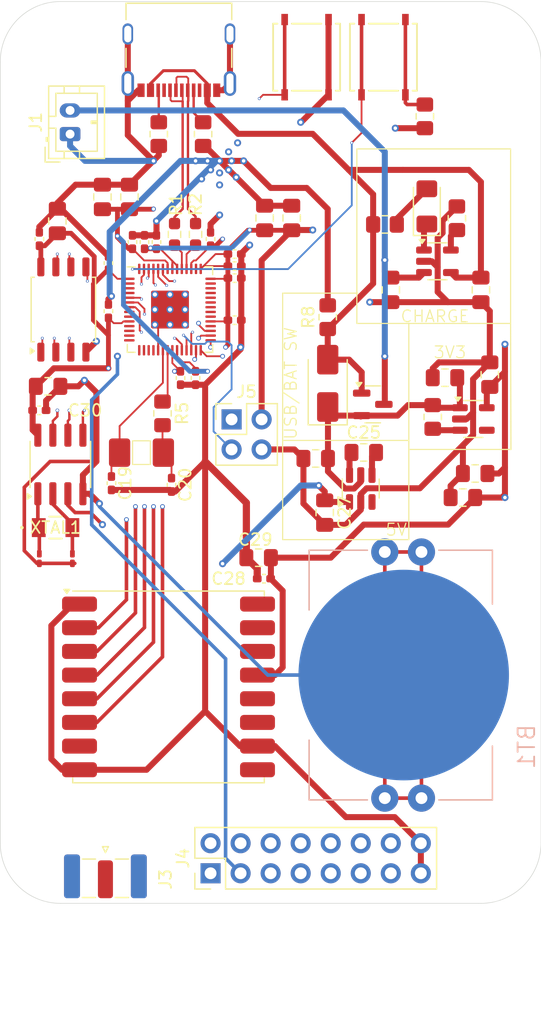
<source format=kicad_pcb>
(kicad_pcb (version 20240108) (generator "pcbnew") (generator_version "8.0")
  (layers (0 "F.Cu" signal) (1 "In1.Cu" signal) (2 "In2.Cu" signal) (31 "B.Cu" signal) (34 "B.Paste" user) (35 "F.Paste" user) (36 "B.SilkS" user "B.Silkscreen") (37 "F.SilkS" user "F.Silkscreen") (38 "B.Mask" user) (39 "F.Mask" user) (44 "Edge.Cuts" user))
  (net 0 "")
  (net 1 "GND")
  (net 2 "+3.3V")
  (net 3 "+1V1")
  (net 4 "Net-(U1-USB_DP)")
  (net 5 "USB+")
  (net 6 "USB-")
  (net 7 "Net-(U1-USB_DM)")
  (net 9 "SDA")
  (net 10 "/MCU/D1")
  (net 13 "/MCU/XTAL+")
  (net 16 "/MCU/D2")
  (net 17 "/MCU/D3")
  (net 23 "/MCU/D0")
  (net 26 "/MCU/CLK")
  (net 27 "RTC_MFP")
  (net 28 "/MCU/CS")
  (net 29 "SCL")
  (net 33 "/MCU/XTAL-")
  (net 34 "Net-(C20-Pad1)")
  (net 36 "Net-(U4-CNEG)")
  (net 37 "Net-(U4-CPOS)")
  (net 38 "+5V")
  (net 39 "VBUS")
  (net 40 "+VSW")
  (net 41 "+BATT")
  (net 42 "Net-(U3-EN)")
  (net 43 "5V_CTRL")
  (net 44 "Net-(U5-PROG)")
  (net 45 "Net-(D1-K)")
  (net 46 "Net-(D1-A)")
  (net 48 "Net-(J2-CC1_A)")
  (net 49 "Net-(J2-CC1_B)")
  (net 51 "RFM_CS")
  (net 52 "SPI_CK")
  (net 53 "RFM_RST")
  (net 54 "Net-(R10-Pad1)")
  (net 55 "/MCU/RESET")
  (net 56 "MOSI")
  (net 61 "MISO")
  (net 64 "/PERIPHERALS/ANT")
  (net 65 "Net-(U10-X1)")
  (net 66 "Net-(U10-X2)")
  (net 67 "TX1")
  (net 68 "SIM_DTR")
  (net 69 "RX1")
  (net 70 "Net-(BT1-+)")
  (net 71 "GP7")
  (net 72 "GP8")
  (net 73 "GP6")
  (net 74 "SPI_CS")
  (net 75 "SWCLK")
  (net 76 "SWD")
  (footprint "Capacitor_SMD:C_0805_2012Metric_Pad1.18x1.45mm_HandSolder" (layer "F.Cu") (at 106.426 69.342 90)
    (property "Reference" "C17" (hide yes))
    (property "Value" "10u" (hide yes))
  )
  (footprint "footprints:XTAL_SC32S-7PF20PPM_EPS" (layer "F.Cu") (at 106.2736 95.25)
    (property "Reference" "XTAL1")
    (property "Value" "SC32S-7PF20PPM" (hide yes))
  )
  (footprint "Capacitor_SMD:C_0402_1005Metric_Pad0.74x0.62mm_HandSolder" (layer "F.Cu") (at 121.412 72.136)
    (property "Reference" "C5" (hide yes))
    (property "Value" "0.1u")
  )
  (footprint "Capacitor_SMD:C_0402_1005Metric_Pad0.74x0.62mm_HandSolder" (layer "F.Cu") (at 121.412 77.724)
    (property "Reference" "C1" (hide yes))
    (property "Value" "0.1u")
  )
  (footprint "Resistor_SMD:R_0805_2012Metric_Pad1.20x1.40mm_HandSolder" (layer "F.Cu") (at 138.165 85.9 -90)
    (property "Reference" "R9" (hide yes))
    (property "Value" "R" (hide yes))
  )
  (footprint "Capacitor_SMD:C_0805_2012Metric_Pad1.18x1.45mm_HandSolder" (layer "F.Cu") (at 123.444 97.79 180)
    (property "Reference" "C29")
    (property "Value" "10u" (hide yes))
  )
  (footprint "Capacitor_SMD:C_0402_1005Metric_Pad0.74x0.62mm_HandSolder" (layer "F.Cu") (at 119.38 70.866 90)
    (property "Reference" "C12" (hide yes))
    (property "Value" "0.1u")
  )
  (footprint "Connector_PinHeader_2.54mm:PinHeader_2x08_P2.54mm_Vertical" (layer "F.Cu") (at 119.38 124.46 90)
    (property "Reference" "J4")
    (property "Value" "Conn_02x08_Odd_Even" (hide yes))
  )
  (footprint "Resistor_SMD:R_0805_2012Metric_Pad1.20x1.40mm_HandSolder" (layer "F.Cu") (at 140.208 69.1085 90)
    (property "Reference" "R6" (hide yes))
    (property "Value" "2k")
  )
  (footprint "Capacitor_SMD:C_0402_1005Metric_Pad0.74x0.62mm_HandSolder" (layer "F.Cu") (at 110.744 76.962 90)
    (property "Reference" "C2" (hide yes))
    (property "Value" "0.1u")
  )
  (footprint "Capacitor_SMD:C_0201_0603Metric_Pad0.64x0.40mm_HandSolder" (layer "F.Cu") (at 107.696 97.8655 -90)
    (property "Reference" "C33" (hide yes))
    (property "Value" "6p")
  )
  (footprint "Capacitor_SMD:C_0805_2012Metric_Pad1.18x1.45mm_HandSolder" (layer "F.Cu") (at 123.952 69.088 90)
    (property "Reference" "C13" (hide yes))
    (property "Value" "10u")
  )
  (footprint "Capacitor_SMD:C_0402_1005Metric_Pad0.74x0.62mm_HandSolder" (layer "F.Cu") (at 123.8925 99.568 180)
    (property "Reference" "C28")
    (property "Value" "0.1u" (hide yes))
  )
  (footprint "Capacitor_SMD:C_0805_2012Metric_Pad1.18x1.45mm_HandSolder" (layer "F.Cu") (at 134.62 75.1625 -90)
    (property "Reference" "C22" (hide yes))
    (property "Value" "4.7u" (hide yes))
  )
  (footprint "Capacitor_SMD:C_0402_1005Metric_Pad0.74x0.62mm_HandSolder" (layer "F.Cu") (at 116.84 82.6095 -90)
    (property "Reference" "C18" (hide yes))
    (property "Value" "0.1u")
  )
  (footprint "Resistor_SMD:R_0805_2012Metric_Pad1.20x1.40mm_HandSolder" (layer "F.Cu") (at 115.316 85.598 -90)
    (property "Reference" "R5")
    (property "Value" "1k")
  )
  (footprint "Resistor_SMD:R_0805_2012Metric_Pad1.20x1.40mm_HandSolder" (layer "F.Cu") (at 118.75 62 -90)
    (property "Reference" "R4" (hide yes))
    (property "Value" "5.1k" (hide yes))
  )
  (footprint "pts526:SMT_FS" (layer "F.Cu") (at 134 55.5 90)
    (property "Reference" "U8" (hide yes))
    (property "Value" "PTS526 SK15 SMTR2 LFS" (hide yes))
  )
  (footprint "Package_TO_SOT_SMD:SOT-23-5" (layer "F.Cu") (at 141.5995 86.072)
    (property "Reference" "U3" (hide yes))
    (property "Value" "AP2112K-3.3" (hide yes))
  )
  (footprint "RF_Module:HOPERF_RFM9XW_SMD" (layer "F.Cu") (at 115.824 108.712)
    (property "Reference" "U6" (hide yes))
    (property "Value" "RFM69HCW" (hide yes))
  )
  (footprint "Resistor_SMD:R_0805_2012Metric_Pad1.20x1.40mm_HandSolder" (layer "F.Cu") (at 129.286 77.47 90)
    (property "Reference" "R8")
    (property "Value" "10k" (hide yes))
  )
  (footprint "Capacitor_SMD:C_0402_1005Metric_Pad0.74x0.62mm_HandSolder" (layer "F.Cu") (at 121.412 74.168)
    (property "Reference" "C8" (hide yes))
    (property "Value" "0.1u")
  )
  (footprint "Package_SO:SOIC-8_3.9x4.9mm_P1.27mm" (layer "F.Cu") (at 106.68 89.916 90)
    (property "Reference" "U10" (hide yes))
    (property "Value" "MCP7940N-xP" (hide yes))
  )
  (footprint "Capacitor_SMD:C_0805_2012Metric_Pad1.18x1.45mm_HandSolder" (layer "F.Cu") (at 105.6425 83.312)
    (property "Reference" "C31" (hide yes))
    (property "Value" "10u" (hide yes))
  )
  (footprint "Diode_SMD:D_SMA" (layer "F.Cu") (at 129.286 83.058 90)
    (property "Reference" "D2" (hide yes))
    (property "Value" "SS14" (hide yes))
  )
  (footprint "pts526:SMT_FS" (layer "F.Cu") (at 127.5 55.5 90)
    (property "Reference" "U7" (hide yes))
    (property "Value" "PTS526 SK15 SMTR2 LFS" (hide yes))
  )
  (footprint "Connector_PinHeader_2.54mm:PinHeader_2x02_P2.54mm_Vertical" (layer "F.Cu") (at 121.158 86.106)
    (property "Reference" "J5")
    (property "Value" "Conn_02x02_Odd_Even")
  )
  (footprint "Capacitor_SMD:C_0805_2012Metric_Pad1.18x1.45mm_HandSolder" (layer "F.Cu") (at 142.24 75.1625 -90)
    (property "Reference" "C21" (hide yes))
    (property "Value" "4.7u" (hide yes))
  )
  (footprint "Connector_Coaxial:SMA_Samtec_SMA-J-P-H-ST-EM1_EdgeMount" (layer "F.Cu") (at 110.49 124.968 -90)
    (property "Reference" "J3")
    (property "Value" "Conn_Coaxial" (hide yes))
  )
  (footprint "custom:XTAL-445" (layer "F.Cu") (at 113.538 89.916)
    (property "Reference" "X1" (hide yes))
    (property "Value" "~")
  )
  (footprint "usbc:AMPHENOL_12402012E212A" (layer "F.Cu") (at 116.701 53.543 180)
    (property "Reference" "J2" (hide yes))
    (property "Value" "12402012E212A" (hide yes))
  )
  (footprint "Capacitor_SMD:C_0201_0603Metric_Pad0.64x0.40mm_HandSolder" (layer "F.Cu") (at 104.902 97.8655 -90)
    (property "Reference" "C32" (hide yes))
    (property "Value" "6p" (hide yes))
  )
  (footprint "Package_TO_SOT_SMD:SOT-23-5" (layer "F.Cu") (at 138.5625 72.7465)
    (property "Reference" "U5" (hide yes))
    (property "Value" "MCP73831-2-OT" (hide yes))
  )
  (footprint "Capacitor_SMD:C_0805_2012Metric_Pad1.18x1.45mm_HandSolder" (layer "F.Cu") (at 141.7535 90.678 180)
    (property "Reference" "C39" (hide yes))
    (property "Value" "100u" (hide yes))
  )
  (footprint "Capacitor_SMD:C_0402_1005Metric_Pad0.74x0.62mm_HandSolder" (layer "F.Cu") (at 104.902 85.344)
    (property "Reference" "C30")
    (property "Value" "0.1u" (hide yes))
  )
  (footprint "Capacitor_SMD:C_0402_1005Metric_Pad0.74x0.62mm_HandSolder" (layer "F.Cu") (at 121.412 73.152)
    (property "Reference" "C7" (hide yes))
    (property "Value" "0.1u")
  )
  (footprint "RP2040_minimal_r2:RP2040-QFN-56" (layer "F.Cu") (at 115.9485 76.8265)
    (property "Reference" "U1" (hide yes))
    (property "Value" "RP2040")
  )
  (footprint "LED_SMD:LED_1206_3216Metric_Pad1.42x1.75mm_HandSolder" (layer "F.Cu") (at 137.668 68.1085 90)
    (property "Reference" "D1" (hide yes))
    (property "Value" "LED" (hide yes))
  )
  (footprint "Capacitor_SMD:C_0402_1005Metric_Pad0.74x0.62mm_HandSolder" (layer "F.Cu") (at 104.902 70.866 90)
    (property "Reference" "C9" (hide yes))
    (property "Value" "0.1u" (hide yes))
  )
  (footprint "Capacitor_SMD:C_0805_2012Metric_Pad1.18x1.45mm_HandSolder" (layer "F.Cu") (at 142.991 82.328 90)
    (property "Reference" "C24" (hide yes))
    (property "Value" "10u" (hide yes))
  )
  (footprint "Capacitor_SMD:C_0402_1005Metric_Pad0.74x0.62mm_HandSolder" (layer "F.Cu") (at 110.744 72.898 90)
    (property "Reference" "C3" (hide yes))
    (property "Value" "0.1u")
  )
  (footprint "Capacitor_SMD:C_0805_2012Metric_Pad1.18x1.45mm_HandSolder" (layer "F.Cu") (at 140.716 92.71 180)
    (property "Reference" "C40" (hide yes))
    (property "Value" "100u" (hide yes))
  )
  (footprint "Capacitor_SMD:C_0805_2012Metric_Pad1.18x1.45mm_HandSolder" (layer "F.Cu") (at 129.032 93.98 -90)
    (property "Reference" "C27")
    (property "Value" "1u")
  )
  (footprint "Capacitor_SMD:C_0805_2012Metric_Pad1.18x1.45mm_HandSolder" (layer "F.Cu") (at 128.27 89.408 180)
    (property "Reference" "C26" (hide yes))
    (property "Value" "1u" (hide yes))
  )
  (footprint "Capacitor_SMD:C_0402_1005Metric_Pad0.74x0.62mm_HandSolder" (layer "F.Cu") (at 114.808 71.12 90)
    (property "Reference" "C6" (hide yes))
    (property "Value" "0.1u")
  )
  (footprint "Package_TO_SOT_SMD:SOT-23-6" (layer "F.Cu") (at 132.08 91.948 90)
    (property "Reference" "U4" (hide yes))
    (property "Value" "CAT3200-5" (hide yes))
  )
  (footprint "Capacitor_SMD:C_0805_2012Metric_Pad1.18x1.45mm_HandSolder" (layer "F.Cu") (at 110.236 67.31 90)
    (property "Reference" "C16" (hide yes))
    (property "Value" "1u")
  )
  (footprint "Capacitor_SMD:C_0805_2012Metric_Pad1.18x1.45mm_HandSolder" (layer "F.Cu") (at 126.238 69.088 90)
    (property "Reference" "C14" (hide yes))
    (property "Value" "1u")
  )
  (footprint "Resistor_SMD:R_0805_2012Metric_Pad1.20x1.40mm_HandSolder" (layer "F.Cu") (at 137.5 60.5 -90)
    (property "Reference" "R10" (hide yes))
    (property "Value" "R")
  )
  (footprint "Capacitor_SMD:C_0402_1005Metric_Pad0.74x0.62mm_HandSolder" (layer "F.Cu") (at 116.078 91.6345 -90)
    (property "Reference" "C20")
    (property "Value" "15pF")
  )
  (footprint "Capacitor_SMD:C_0402_1005Metric_Pad0.74x0.62mm_HandSolder" (layer "F.Cu") (at 110.998 91.4995 -90)
    (property "Reference" "C19")
    (property "Value" "15pF" (hide yes))
  )
  (footprint "Connector_JST:JST_PH_B2B-PH-K_1x02_P2.00mm_Vertical" (layer "F.Cu") (at 107.5 62 90)
    (property "Reference" "J1")
    (property "Value" "Conn_01x02_Pin" (hide yes))
  )
  (footprint "Capacitor_SMD:C_0805_2012Metric_Pad1.18x1.45mm_HandSolder" (layer "F.Cu") (at 139.2025 82.582 180)
    (property "Reference" "C23" (hide yes))
    (property "Value" "10u" (hide yes))
  )
  (footprint "Capacitor_SMD:C_0805_2012Metric_Pad1.18x1.45mm_HandSolder" (layer "F.Cu") (at 132.334 88.9)
    (property "Reference" "C25")
    (property "Value" "1u")
  )
  (footprint "Capacitor_SMD:C_0805_2012Metric_Pad1.18x1.45mm_HandSolder" (layer "F.Cu") (at 112.522 67.31 90)
    (property "Reference" "C15" (hide yes))
    (property "Value" "10u" (hide yes))
  )
  (footprint "Resistor_SMD:R_0805_2012Metric_Pad1.20x1.40mm_HandSolder" (layer "F.Cu") (at 134.128 69.6325 180)
    (property "Reference" "R7" (hide yes))
    (property "Value" "R")
  )
  (footprint "Capacitor_SMD:C_0402_1005Metric_Pad0.74x0.62mm_HandSolder" (layer "F.Cu") (at 112.776 71.12 90)
    (property "Reference" "C10" (hide yes))
    (property "Value" "0.1u")
  )
  (footprint "Package_TO_SOT_SMD:SOT-23" (layer "F.Cu") (at 133.096 84.836)
    (property "Reference" "Q1" (hide yes))
    (property "Value" "DMG2301L" (hide yes))
  )
  (footprint "Resistor_SMD:R_0603_1608Metric_Pad0.98x0.95mm_HandSolder" (layer "F.Cu") (at 116.332 70.4715 90)
    (property "Reference" "R1")
    (property "Value" "27.4" (hide yes))
  )
  (footprint "Capacitor_SMD:C_0402_1005Metric_Pad0.74x0.62mm_HandSolder" (layer "F.Cu") (at 113.792 71.12 90)
    (property "Reference" "C4" (hide yes))
    (property "Value" "0.1u")
  )
  (footprint "Capacitor_SMD:C_0402_1005Metric_Pad0.74x0.62mm_HandSolder" (layer "F.Cu") (at 118.11 82.6095 -90)
    (property "Reference" "C11" (hide yes))
    (property "Value" "0.1u")
  )
  (footprint "Package_SO:SOIC-8_5.23x5.23mm_P1.27mm" (layer "F.Cu") (at 106.934 76.8215 90)
    (property "Reference" "U2" (hide yes))
    (property "Value" "W25Q128JVS")
  )
  (footprint "Resistor_SMD:R_0805_2012Metric_Pad1.20x1.40mm_HandSolder" (layer "F.Cu") (at 115 62 -90)
    (property "Reference" "R3" (hide yes))
    (property "Value" "5.1k")
  )
  (footprint "Resistor_SMD:R_0603_1608Metric_Pad0.98x0.95mm_HandSolder" (layer "F.Cu") (at 118.11 70.4715 90)
    (property "Reference" "R2")
    (property "Value" "27.4")
  )
  (footprint "bat-hld:BAT_BAT-HLD-001-THM" (layer "B.Cu") (at 135.712 107.71 90)
    (property "Reference" "BT1")
    (property "Value" "Battery_Cell")
  )
  (gr_line (start 136.144 88.646) (end 136.144 87.884) (stroke (width 0.1)) (layer "F.SilkS"))
  (gr_line (start 136.144 96.266) (end 135.128 96.266) (stroke (width 0.1)) (layer "F.SilkS"))
  (gr_line (start 144.78 88.646) (end 136.144 88.646) (stroke (width 0.1)) (layer "F.SilkS"))
  (gr_line (start 136.144 88.646) (end 136.144 96.266) (stroke (width 0.1)) (layer "F.SilkS"))
  (gr_line (start 136.144 77.978) (end 136.144 87.884) (stroke (width 0.1)) (layer "F.SilkS"))
  (gr_line (start 136.144 87.884) (end 125.476 87.884) (stroke (width 0.1)) (layer "F.SilkS"))
  (gr_line (start 125.476 75.438) (end 131.826 75.438) (stroke (width 0.1)) (layer "F.SilkS"))
  (gr_line (start 125.476 87.884) (end 125.476 75.438) (stroke (width 0.1)) (layer "F.SilkS"))
  (gr_line (start 125.476 87.884) (end 125.476 96.266) (stroke (width 0.1)) (layer "F.SilkS"))
  (gr_line (start 125.476 96.266) (end 135.128 96.266) (stroke (width 0.1)) (layer "F.SilkS"))
  (gr_line (start 144.75 78) (end 144.78 88.646) (stroke (width 0.1)) (layer "F.SilkS"))
  (gr_rect (start 131.75 63.25) (end 144.75 78) (stroke (width 0.1)) (fill none) (layer "F.SilkS"))
  (gr_arc (start 142.24 50.8) (mid 145.832102 52.287898) (end 147.32 55.88) (stroke (width 0.05)) (layer "Edge.Cuts"))
  (gr_line (start 142.24 127) (end 106.68 127) (stroke (width 0.05)) (layer "Edge.Cuts"))
  (gr_line (start 106.68 50.8) (end 142.24 50.8) (stroke (width 0.05)) (layer "Edge.Cuts"))
  (gr_line (start 101.6 121.92) (end 101.6 55.88) (stroke (width 0.05)) (layer "Edge.Cuts"))
  (gr_arc (start 101.6 55.88) (mid 103.087898 52.287898) (end 106.68 50.8) (stroke (width 0.05)) (layer "Edge.Cuts"))
  (gr_line (start 147.32 55.88) (end 147.32 121.92) (stroke (width 0.05)) (layer "Edge.Cuts"))
  (gr_arc (start 147.32 121.92) (mid 145.832102 125.512102) (end 142.24 127) (stroke (width 0.05)) (layer "Edge.Cuts"))
  (gr_arc (start 106.68 127) (mid 103.087898 125.512102) (end 101.6 121.92) (stroke (width 0.05)) (layer "Edge.Cuts"))
  (gr_text "USB/BAT SW" (at 126.746 87.884 90) (layer "F.SilkS") (effects (font (size 1 1) (thickness 0.1)) (justify left bottom)))
  (gr_text "3V3" (at 138.176 81.026 0) (layer "F.SilkS") (effects (font (size 1 1) (thickness 0.1)) (justify left bottom)))
  (gr_text "5V" (at 134.112 96.012 0) (layer "F.SilkS") (effects (font (size 1 1) (thickness 0.1)) (justify left bottom)))
  (gr_text "CHARGE\n" (at 135.382 77.978 0) (layer "F.SilkS") (effects (font (size 1 1) (thickness 0.1)) (justify left bottom)))
  (segment (start 121.9795 79.9505) (end 121.9795 72.136) (width 0.508) (layer "F.Cu") (net 1))
  (segment (start 106.68 83.312) (end 108.204 83.312) (width 0.508) (layer "F.Cu") (net 1))
  (segment (start 108.204 83.312) (end 108.712 82.804) (width 0.508) (layer "F.Cu") (net 1))
  (segment (start 139.446 76.2) (end 142.24 76.2) (width 0.508) (layer "F.Cu") (net 1))
  (segment (start 132.08 93.0855) (end 132.08 92.423001) (width 0.508) (layer "F.Cu") (net 1))
  (segment (start 112.381 53.543) (end 112.381 57.723) (width 0.508) (layer "F.Cu") (net 1))
  (segment (start 108.585 90.805) (end 108.585 92.391) (width 0.508) (layer "F.Cu") (net 1))
  (segment (start 141.032842 86.072) (end 141.5785 85.526342) (width 0.508) (layer "F.Cu") (net 1))
  (segment (start 121.9795 72.136) (end 121.9795 72.0765) (width 0.508) (layer "F.Cu") (net 1))
  (segment (start 114.808 70.5525) (end 114.808 69.342) (width 0.508) (layer "F.Cu") (net 1))
  (segment (start 123.325 99.568) (end 123.325 98.7085) (width 0.6096) (layer "F.Cu") (net 1))
  (segment (start 110.744 75.946) (end 110.998 75.692) (width 0.508) (layer "F.Cu") (net 1))
  (segment (start 132.576001 91.927) (end 137.077842 91.927) (width 0.508) (layer "F.Cu") (net 1))
  (segment (start 114.554 64.2405) (end 114.554 64.262) (width 0.508) (layer "F.Cu") (net 1))
  (segment (start 121.021 53.543) (end 121.021 57.723) (width 0.508) (layer "F.Cu") (net 1))
  (segment (start 115 63) (end 115 63.7945) (width 0.508) (layer "F.Cu") (net 1))
  (segment (start 104.902 98.273) (end 104.702001 98.273) (width 0.3048) (layer "F.Cu") (net 1))
  (segment (start 105.918 114.806) (end 105.918 103.526934) (width 0.508) (layer "F.Cu") (net 1))
  (segment (start 107.732934 101.712) (end 108.299 101.712) (width 0.508) (layer "F.Cu") (net 1))
  (segment (start 121.92 80.01) (end 121.9795 79.9505) (width 0.508) (layer "F.Cu") (net 1))
  (segment (start 139.6785 92.71) (end 139.6785 91.7155) (width 0.508) (layer "F.Cu") (net 1))
  (segment (start 123.952 68.0505) (end 126.238 68.0505) (width 0.508) (layer "F.Cu") (net 1))
  (segment (start 134.954 119.714) (end 130.826 119.714) (width 0.508) (layer "F.Cu") (net 1))
  (segment (start 132.08 92.423001) (end 132.576001 91.927) (width 0.508) (layer "F.Cu") (net 1))
  (segment (start 110.744 72.3305) (end 106.718 68.3045) (width 0.508) (layer "F.Cu") (net 1))
  (segment (start 138.5835 73.242501) (end 138.5835 75.3375) (width 0.508) (layer "F.Cu") (net 1))
  (segment (start 122.4495 66.548) (end 120.53375 64.63225) (width 0.508) (layer "F.Cu") (net 1))
  (segment (start 142.991 81.2905) (end 142.991 76.951) (width 0.508) (layer "F.Cu") (net 1))
  (segment (start 119.38 70.2985) (end 119.38 69.596) (width 0.508) (layer "F.Cu") (net 1))
  (segment (start 114.9485 78.3765) (end 114.6735 78.1015) (width 0.1524) (layer "F.Cu") (net 1))
  (segment (start 134.62 76.2) (end 139.446 76.2) (width 0.508) (layer "F.Cu") (net 1))
  (segment (start 118.9015 63) (end 118.75 63) (width 0.508) (layer "F.Cu") (net 1))
  (segment (start 120.142 64.2405) (end 120.142 64.262) (width 0.508) (layer "F.Cu") (net 1))
  (segment (start 130.826 119.714) (end 124.824 113.712) (width 0.508) (layer "F.Cu") (net 1))
  (segment (start 138.505421 90.499421) (end 141.5785 87.426342) (width 0.508) (layer "F.Cu") (net 1))
  (segment (start 138.5835 73.242501) (end 138.5835 70.770534) (width 0.508) (layer "F.Cu") (net 1))
  (segment (start 109.728 89.662) (end 108.585 90.805) (width 0.508) (layer "F.Cu") (net 1))
  (segment (start 122.4065 93.155658) (end 118.920421 89.669579) (width 0.6096) (layer "F.Cu") (net 1))
  (segment (start 123.349 113.712) (end 121.874 113.712) (width 0.508) (layer "F.Cu") (net 1))
  (segment (start 108.712 82.804) (end 109.728 83.82) (width 0.508) (layer "F.Cu") (net 1))
  (segment (start 119.39075 63.48925) (end 120.142 64.2405) (width 0.508) (layer "F.Cu") (net 1))
  (segment (start 132.08 93.747999) (end 132.08 93.0855) (width 0.508) (layer "F.Cu") (net 1))
  (segment (start 114.5325 64.262) (end 112.522 66.2725) (width 0.508) (layer "F.Cu") (net 1))
  (segment (start 138.165 82.582) (end 138.165 81.799) (width 0.508) (layer "F.Cu") (net 1))
  (segment (start 112.381 57.723) (end 112.381 59.182) (width 0.508) (layer "F.Cu") (net 1))
  (segment (start 122.174 64.262) (end 124.46 66.548) (width 0.508) (layer "F.Cu") (net 1))
  (segment (start 138.5835 75.3375) (end 139.446 76.2) (width 0.508) (layer "F.Cu") (net 1))
  (segment (start 119.39075 63.48925) (end 118.9015 63) (width 0.508) (layer "F.Cu") (net 1))
  (segment (start 116.388 92.202) (end 118.920421 89.669579) (width 0.508) (layer "F.Cu") (net 1))
  (segment (start 106.824 115.712) (end 105.918 114.806) (width 0.508) (layer "F.Cu") (net 1))
  (segment (start 120.451 58.293) (end 121.021 57.723) (width 0.508) (layer "F.Cu") (net 1))
  (segment (start 120.53375 64.63225) (end 123.952 68.0505) (width 0.508) (layer "F.Cu") (net 1))
  (segment (start 129.286 68.326) (end 129.286 76.47) (width 0.508) (layer "F.Cu") (net 1))
  (segment (start 134.35 76.47) (end 134.62 76.2) (width 0.508) (layer "F.Cu") (net 1))
  (segment (start 139.403 92.71) (end 139.6785 92.71) (width 0.508) (layer "F.Cu") (net 1))
  (segment (start 104.702001 98.273) (end 103.632 97.202999) (width 0.3048) (layer "F.Cu") (net 1))
  (segment (start 113.966842 115.712) (end 118.920421 110.758421) (width 0.508) (layer "F.Cu") (net 1))
  (segment (start 118.920421 110.758421) (end 118.920421 89.669579) (width 0.508) (layer "F.Cu") (net 1))
  (segment (start 138.5835 70.770534) (end 138.997 70.357034) (width 0.508) (layer "F.Cu") (net 1))
  (segment (start 140.716 90.678) (end 140.716 88.288842) (width 0.508) (layer "F.Cu") (net 1))
  (segment (start 121.158 64.262) (end 120.142 64.262) (width 0.508) (layer "F.Cu") (net 1))
  (segment (start 105.918 103.526934) (end 107.732934 101.712) (width 0.508) (layer "F.Cu") (net 1))
  (segment (start 118.11 83.177) (end 118.920421 83.177) (width 0.508) (layer "F.Cu") (net 1))
  (segment (start 106.426 68.3045) (end 106.426 67.818) (width 0.508) (layer "F.Cu") (net 1))
  (segment (start 142.991 76.951) (end 142.24 76.2) (width 0.508) (layer "F.Cu") (net 1))
  (segment (start 115.943 92.067) (end 116.078 92.202) (width 0.508) (layer "F.Cu") (net 1))
  (segment (start 141.5785 87.426342) (end 141.5785 85.526342) (width 0.508) (layer "F.Cu") (net 1))
  (segment (start 112.776 70.5525) (end 114.808 70.5525) (width 0.508) (layer "F.Cu") (net 1))
  (segment (start 103.632 97.202999) (end 103.632 91.844342) (width 0.3048) (layer "F.Cu") (net 1))
  (segment (start 122.174 64.262) (end 121.158 64.262) (width 0.508) (layer "F.Cu") (net 1))
  (segment (start 140.716 88.288842) (end 141.5785 87.426342) (width 0.508) (layer "F.Cu") (net 1))
  (segment (start 112.381 59.182) (end 112.381 62.089) (width 0.508) (layer "F.Cu") (net 1))
  (segment (start 107.9715 66.2725) (end 112.522 66.2725) (width 0.508) (layer "F.Cu") (net 1))
  (segment (start 104.902 69.8285) (end 106.426 68.3045) (width 0.508) (layer "F.Cu") (net 1))
  (segment (start 118.920421 89.669579) (end 118.920421 83.177) (width 0.508) (layer "F.Cu") (net 1))
  (segment (start 127.508 66.548) (end 129.286 68.326) (width 0.508) (layer "F.Cu") (net 1))
  (segment (start 130.810499 95.0175) (end 132.08 93.747999) (width 0.508) (layer "F.Cu") (net 1))
  (segment (start 138.087499 72.7465) (end 138.5835 73.242501) (width 0.508) (layer "F.Cu") (net 1))
  (segment (start 138.684 81.28) (end 138.6945 81.2905) (width 0.508) (layer "F.Cu") (net 1))
  (segment (start 129.032 95.0175) (end 130.810499 95.0175) (width 0.508) (layer "F.Cu") (net 1))
  (segment (start 114.554 64.262) (end 114.5325 64.262) (width 0.508) (layer "F.Cu") (net 1))
  (segment (start 108.839 80.4215) (end 108.839 80.391) (width 0.508) (layer "F.Cu") (net 1))
  (segment (start 124.824 113.712) (end 123.349 113.712) (width 0.508) (layer "F.Cu") (net 1))
  (segment (start 113.27 58.293) (end 112.381 59.182) (width 0.508) (layer "F.Cu") (net 1))
  (segment (start 109.155 92.391) (end 109.982 93.218) (width 0.508) (layer "F.Cu") (net 1))
  (segment (start 140.462 86.072) (end 141.032842 86.072) (width 0.508) (layer "F.Cu") (net 1))
  (segment (start 105.814342 89.662) (end 109.728 89.662) (width 0.3048) (layer "F.Cu") (net 1))
  (segment (start 105.4695 84.5225) (end 106.68 83.312) (width 0.508) (layer "F.Cu") (net 1))
  (segment (start 135 61.5) (end 137.5 61.5) (width 0.508) (layer "F.Cu") (net 1))
  (segment (start 127.03555 61) (end 129.3542 58.68135) (width 0.508) (layer "F.Cu") (net 1))
  (segment (start 107.696 98.273) (end 107.895999 98.273) (width 0.3048) (layer "F.Cu") (net 1))
  (segment (start 103.632 91.844342) (end 105.814342 89.662) (width 0.3048) (layer "F.Cu") (net 1))
  (segment (start 119.901 58.293) (end 120.451 58.293) (width 0.508) (layer "F.Cu") (net 1))
  (segment (start 110.998 92.067) (end 115.943 92.067) (width 0.508) (layer "F.Cu") (net 1))
  (segment (start 119.38 69.596) (end 120.142 68.834) (width 0.508) (layer "F.Cu") (net 1))
  (segment (start 138.997 69.3195) (end 140.208 68.1085) (width 0.508) (layer "F.Cu") (net 1))
  (segment (start 124.46 66.548) (end 127.508 66.548) (width 0.508) (layer "F.Cu") (net 1))
  (segment (start 104.902 98.273) (end 107.696 98.273) (width 0.3048) (layer "F.Cu") (net 1))
  (segment (start 120.1635 64.262) (end 120.53375 64.63225) (width 0.508) (layer "F.Cu") (net 1))
  (segment (start 141.5785 85.526342) (end 141.5785 82.703) (width 0.508) (layer "F.Cu") (net 1))
  (segment (start 121.412 64.262) (end 121.412 64.262) (width 0.508) (layer "F.Cu") (net 1))
  (segment (start 118.920421 83.177) (end 121.92 80.177421) (width 0.508) (layer "F.Cu") (net 1))
  (segment (start 126.4705 88.646) (end 127.2325 89.408) (width 0.508) (layer "F.Cu") (net 1))
  (segment (start 109.728 83.82) (end 109.728 89.662) (width 0.508) (layer "F.Cu") (net 1))
  (segment (start 137.077842 91.927) (end 138.505421 90.499421) (width 0.508) (layer "F.Cu") (net 1))
  (segment (start 113.501 58.293) (end 113.27 58.293) (width 0.508) (layer "F.Cu") (net 1))
  (segment (start 114.9485 80.264) (end 114.9485 78.3765) (width 0.1524) (layer "F.Cu") (net 1))
  (segment (start 108.299 115.712) (end 113.966842 115.712) (width 0.508) (layer "F.Cu") (net 1))
  (segment (start 120.142 64.262) (end 120.1635 64.262) (width 0.508) (layer "F.Cu") (net 1))
  (segment (start 137.16 121.92) (end 134.954 119.714) (width 0.508) (layer "F.Cu") (net 1))
  (segment (start 106.718 68.3045) (end 106.426 68.3045) (width 0.508) (layer "F.Cu") (net 1))
  (segment (start 127.2325 93.218) (end 127.2325 89.408) (width 0.508) (layer "F.Cu") (net 1))
  (segment (start 106.426 67.818) (end 107.9715 66.2725) (width 0.508) (layer "F.Cu") (net 1))
  (segment (start 112.381 62.089) (end 114.554 64.262) (width 0.508) (layer "F.Cu") (net 1))
  (segment (start 108.585 92.391) (end 109.155 92.391) (width 0.508) (layer "F.Cu") (net 1))
  (segment (start 129.032 95.0175) (end 127.2325 93.218) (width 0.508) (layer "F.Cu") (net 1))
  (segment (start 138.997 70.357034) (end 138.997 69.3195) (width 0.508) (layer "F.Cu") (net 1))
  (segment (start 129.3542 58.68135) (end 129.3542 52.31865) (width 0.508) (layer "F.Cu") (net 1))
  (segment (start 137.425 72.7465) (end 138.087499 72.7465) (width 0.508) (layer "F.Cu") (net 1))
  (segment (start 121.874 113.712) (end 118.920421 110.758421) (width 0.508) (layer "F.Cu") (net 1))
  (segment (start 121.92 80.177421) (end 121.92 80.01) (width 0.508) (layer "F.Cu") (net 1))
  (segment (start 116.078 92.202) (end 116.388 92.202) (width 0.508) (layer "F.Cu") (net 1))
  (segment (start 138.165 81.799) (end 138.684 81.28) (width 0.508) (layer "F.Cu") (net 1))
  (segment (start 108.839 80.391) (end 109.728 79.502) (width 0.508) (layer "F.Cu") (net 1))
  (segment (start 116.84 83.177) (end 118.11 83.177) (width 0.508) (layer "F.Cu") (net 1))
  (segment (start 138.6945 81.2905) (end 142.991 81.2905) (width 0.508) (layer "F.Cu") (net 1))
  (segment (start 122.4065 97.79) (end 122.4065 93.155658) (width 0.6096) (layer "F.Cu") (net 1))
  (segment (start 127 61) (end 127.03555 61) (width 0.508) (layer "F.Cu") (net 1))
  (segment (start 105.4695 85.344) (end 105.4695 84.5225) (width 0.508) (layer "F.Cu") (net 1))
  (segment (start 123.325 98.7085) (end 122.4065 97.79) (width 0.6096) (layer "F.Cu") (net 1))
  (segment (start 139.6785 91.7155) (end 140.716 90.678) (width 0.508) (layer "F.Cu") (net 1))
  (segment (start 108.299 115.712) (end 106.824 115.712) (width 0.508) (layer "F.Cu") (net 1))
  (segment (start 104.902 70.2985) (end 104.902 69.8285) (width 0.508) (layer "F.Cu") (net 1))
  (segment (start 137.16 124.46) (end 137.16 121.92) (width 0.508) (layer "F.Cu") (net 1))
  (segment (start 115 63.7945) (end 114.554 64.2405) (width 0.508) (layer "F.Cu") (net 1))
  (segment (start 110.744 76.3945) (end 110.744 75.946) (width 0.508) (layer "F.Cu") (net 1))
  (segment (start 134.62 76.2) (end 132.842 76.2) (width 0.508) (layer "F.Cu") (net 1))
  (segment (start 121.9795 72.0765) (end 122.682 71.374) (width 0.508) (layer "F.Cu") (net 1))
  (segment (start 123.698 88.646) (end 126.4705 88.646) (width 0.508) (layer "F.Cu") (net 1))
  (segment (start 141.5785 82.703) (end 142.991 81.2905) (width 0.508) (layer "F.Cu") (net 1))
  (via (at 114.808 69.342) (size 0.6) (drill 0.3) (layers "F.Cu" "B.Cu") (net 1))
  (via (at 132.842 76.2) (size 0.6) (drill 0.3) (layers "F.Cu" "B.Cu") (net 1))
  (via (at 120.904 63.5) (size 0.6) (drill 0.3) (layers "F.Cu" "B.Cu") (net 1))
  (via (at 120.142 66.294) (size 0.6) (drill 0.3) (layers "F.Cu" "B.Cu") (net 1))
  (via (at 118.11 64.262) (size 0.6) (drill 0.3) (layers "F.Cu" "B.Cu") (net 1))
  (via (at 110.998 75.692) (size 0.6) (drill 0.3) (layers "F.Cu" "B.Cu") (net 1))
  (via (at 120.142 68.834) (size 0.6) (drill 0.3) (layers "F.Cu" "B.Cu") (net 1))
  (via (at 108.712 82.804) (size 0.6) (drill 0.3) (layers "F.Cu" "B.Cu") (net 1))
  (via (at 114.554 64.262) (size 0.6) (drill 0.3) (layers "F.Cu" "B.Cu") (net 1))
  (via (at 109.982 93.218) (size 0.6) (drill 0.3) (layers "F.Cu" "B.Cu") (net 1))
  (via (at 119.126 64.262) (size 0.6) (drill 0.3) (layers "F.Cu" "B.Cu") (net 1))
  (via (at 120.904 65.024) (size 0.6) (drill 0.3) (layers "F.Cu" "B.Cu") (net 1))
  (via (at 121.666 62.738) (size 0.6) (drill 0.3) (layers "F.Cu" "B.Cu") (net 1))
  (via (at 121.92 80.01) (size 0.6) (drill 0.3) (layers "F.Cu" "B.Cu") (net 1))
  (via (at 119.38 65.024) (size 0.6) (drill 0.3) (layers "F.Cu" "B.Cu") (net 1))
  (via (at 127 61) (size 0.6) (drill 0.3) (layers "F.Cu" "B.Cu") (net 1))
  (via (at 122.682 71.374) (size 0.6) (drill 0.3) (layers "F.Cu" "B.Cu") (net 1))
  (via (at 121.54975 65.64825) (size 0.6) (drill 0.3) (layers "F.Cu" "B.Cu") (net 1))
  (via (at 109.728 79.502) (size 0.6) (drill 0.3) (layers "F.Cu" "B.Cu") (net 1))
  (via (at 118.618 65.786) (size 0.6) (drill 0.3) (layers "F.Cu" "B.Cu") (net 1))
  (via (at 120.142 65.278) (size 0.6) (drill 0.3) (layers "F.Cu" "B.Cu") (net 1))
  (via (at 122.174 64.262) (size 0.6) (drill 0.3) (layers "F.Cu" "B.Cu") (net 1))
  (via (at 135 61.5) (size 0.6) (drill 0.3) (layers "F.Cu" "B.Cu") (net 1))
  (via (at 121.158 64.262) (size 0.6) (drill 0.3) (layers "F.Cu" "B.Cu") (net 1))
  (via (at 120.142 64.262) (size 0.6) (drill 0.3) (layers "F.Cu" "B.Cu") (net 1))
  (segment (start 114.808 69.342) (end 119.888 64.262) (width 0.508) (layer "B.Cu") (net 1))
  (segment (start 124.22 107.71) (end 109.982 93.472) (width 0.3048) (layer "B.Cu") (net 1))
  (segment (start 114.554 64.262) (end 108.762 64.262) (width 0.508) (layer "B.Cu") (net 1))
  (segment (start 109.982 93.472) (end 109.982 93.218) (width 0.3048) (layer "B.Cu") (net 1))
  (segment (start 119.888 64.262) (end 120.142 64.262) (width 0.508) (layer "B.Cu") (net 1))
  (segment (start 110.998 75.692) (end 110.8488 75.5428) (width 0.508) (layer "B.Cu") (net 1))
  (segment (start 110.8488 70.2532) (end 116.84 64.262) (width 0.508) (layer "B.Cu") (net 1))
  (segment (start 107.5 63) (end 107.5 62) (width 0.508) (layer "B.Cu") (net 1))
  (segment (start 116.84 64.262) (end 120.142 64.262) (width 0.508) (layer "B.Cu") (net 1))
  (segment (start 135.712 107.71) (end 124.22 107.71) (width 0.3048) (layer "B.Cu") (net 1))
  (segment (start 108.762 64.262) (end 107.5 63) (width 0.508) (layer "B.Cu") (net 1))
  (segment (start 110.8488 75.5428) (end 110.8488 70.2532) (width 0.508) (layer "B.Cu") (net 1))
  (segment (start 141.7535 92.71) (end 144.018 92.71) (width 0.508) (layer "F.Cu") (net 2))
  (segment (start 109.5422 72.3382) (end 107.5835 70.3795) (width 0.4064) (layer "F.Cu") (net 2))
  (segment (start 120.8445 79.8155) (end 120.65 80.01) (width 0.4064) (layer "F.Cu") (net 2))
  (segment (start 109.474 74.676) (end 109.5422 74.6078) (width 0.4064) (layer "F.Cu") (net 2))
  (segment (start 144.272 82.0845) (end 144.272 82.042) (width 0.508) (layer "F.Cu") (net 2))
  (segment (start 124.824 107.712) (end 125.476 107.06) (width 0.508) (layer "F.Cu") (net 2))
  (segment (start 144.272 92.456) (end 144.272 90.17) (width 0.508) (layer "F.Cu") (net 2))
  (segment (start 144.018 92.71) (end 144.272 92.456) (width 0.508) (layer "F.Cu") (net 2))
  (segment (start 120.8445 71.826) (end 120.8445 72.136) (width 0.4064) (layer "F.Cu") (net 2))
  (segment (start 120.861 74.1515) (end 120.8445 74.168) (width 0.4064) (layer "F.Cu") (net 2))
  (segment (start 123.698 86.106) (end 123.698 72.6655) (width 0.508) (layer "F.Cu") (net 2))
  (segment (start 107.5835 70.3795) (end 106.426 70.3795) (width 0.4064) (layer "F.Cu") (net 2))
  (segment (start 118.7855 73.152) (end 119.8015 72.136) (width 0.1524) (layer "F.Cu") (net 2))
  (segment (start 104.605 83.312) (end 106.129 81.788) (width 0.508) (layer "F.Cu") (net 2))
  (segment (start 104.3345 83.5825) (end 104.605 83.312) (width 0.508) (layer "F.Cu") (net 2))
  (segment (start 122.7035 70.1255) (end 122.682 70.104) (width 0.4064) (layer "F.Cu") (net 2))
  (segment (start 116.5485 73.118) (end 116.5485 73.389) (width 0.1524) (layer "F.Cu") (net 2))
  (segment (start 144.272 82.042) (end 144.272 79.756) (width 0.508) (layer "F.Cu") (net 2))
  (segment (start 104.3345 85.344) (end 104.3345 87.0005) (width 0.508) (layer "F.Cu") (net 2))
  (segment (start 116.53 82.042) (end 116.332 82.042) (width 0.4064) (layer "F.Cu") (net 2))
  (segment (start 142.737 85.122) (end 142.737 83.6195) (width 0.508) (layer "F.Cu") (net 2))
  (segment (start 123.952 70.1255) (end 122.7035 70.1255) (width 0.4064) (layer "F.Cu") (net 2))
  (segment (start 129.54 97.79) (end 132.334 94.996) (width 0.508) (layer "F.Cu") (net 2))
  (segment (start 116.332 82.042) (end 116.84 82.042) (width 0.4064) (layer "F.Cu") (net 2))
  (segment (start 122.6605 70.1255) (end 122.545 70.1255) (width 0.4064) (layer "F.Cu") (net 2))
  (segment (start 114.808 71.6875) (end 115.118 71.6875) (width 0.1524) (layer "F.Cu") (net 2))
  (segment (start 105.029 73.2215) (end 105.029 71.5605) (width 0.4064) (layer "F.Cu") (net 2))
  (segment (start 114.3 71.628) (end 114.3595 71.6875) (width 0.4064) (layer "F.Cu") (net 2))
  (segment (start 115.118 71.6875) (end 116.07625 72.64575) (width 0.1524) (layer "F.Cu") (net 2))
  (segment (start 110.744 77.5295) (end 111.1925 77.978) (width 0.1524) (layer "F.Cu") (net 2))
  (segment (start 122.682 70.104) (end 122.6605 70.1255) (width 0.4064) (layer "F.Cu") (net 2))
  (segment (start 132.334 94.996) (end 139.4675 94.996) (width 0.508) (layer "F.Cu") (net 2))
  (segment (start 113.792 71.6875) (end 114.2405 71.6875) (width 0.4064) (layer "F.Cu") (net 2))
  (segment (start 116.07625 72.64575) (end 116.5485 73.118) (width 0.1524) (layer "F.Cu") (net 2))
  (segment (start 116.1485 81.3505) (end 116.84 82.042) (width 0.1524) (layer "F.Cu") (net 2))
  (segment (start 104.3345 87.0005) (end 104.775 87.441) (width 0.508) (layer "F.Cu") (net 2))
  (segment (start 123.349 107.712) (end 124.824 107.712) (width 0.508) (layer "F.Cu") (net 2))
  (segment (start 118.1485 73.389) (end 118.5485 73.389) (width 0.1524) (layer "F.Cu") (net 2))
  (segment (start 119.386 74.2265) (end 120.7265 74.2265) (width 0.1524) (layer "F.Cu") (net 2))
  (segment (start 124.4815 97.79) (end 129.54 97.79) (width 0.508) (layer "F.Cu") (net 2))
  (segment (start 124.4815 99.5895) (end 124.4815 97.79) (width 0.508) (layer "F.Cu") (net 2))
  (segment (start 139.4675 94.996) (end 141.7535 92.71) (width 0.508) (layer "F.Cu") (net 2))
  (segment (start 143.764 90.678) (end 144.272 90.17) (width 0.508) (layer "F.Cu") (net 2))
  (segment (start 120.996 77.8265) (end 121.0985 77.724) (width 0.1524) (layer "F.Cu") (net 2))
  (segment (start 128.016 70.104) (end 126.2595 70.104) (width 0.508) (layer "F.Cu") (net 2))
  (segment (start 105.372 71.4335) (end 106.426 70.3795) (width 0.4064) (layer "F.Cu") (net 2))
  (segment (start 112.511 74.2265) (end 111.505 74.2265) (width 0.1524) (layer "F.Cu") (net 2))
  (segment (start 109.474 77.724) (end 109.474 74.676) (width 0.4064) (layer "F.Cu") (net 2))
  (segment (start 114.3595 71.6875) (end 114.808 71.6875) (width 0.4064) (layer "F.Cu") (net 2))
  (segment (start 120.8445 77.724) (end 120.8445 79.8155) (width 0.4064) (layer "F.Cu") (net 2))
  (segment (start 126.2595 70.104) (end 126.238 70.1255) (width 0.508) (layer "F.Cu") (net 2))
  (segment (start 125.476 100.584) (end 124.4815 99.5895) (width 0.508) (layer "F.Cu") (net 2))
  (segment (start 119.386 77.8265) (end 120.742 77.8265) (width 0.1524) (layer "F.Cu") (net 2))
  (segment (start 116.1485 72.718) (end 116.07625 72.64575) (width 0.1524) (layer "F.Cu") (net 2))
  (segment (start 118.7855 73.152) (end 120.8445 73.152) (width 0.1524) (layer "F.Cu") (net 2))
  (segment (start 106.129 81.788) (end 110.744 81.788) (width 0.508) (layer "F.Cu") (net 2))
  (segment (start 116.1485 80.264) (end 116.1485 81.3505) (width 0.1524) (layer "F.Cu") (net 2))
  (segment (start 118.5485 73.389) (end 118.7855 73.152) (width 0.1524) (layer "F.Cu") (net 2))
  (segment (start 142.991 83.3655) (end 144.272 82.0845) (width 0.508) (layer "F.Cu") (net 2))
  (segment (start 120.742 77.8265) (end 120.8445 77.724) (width 0.1524) (layer "F.Cu") (net 2))
  (segment (start 123.698 72.6655) (end 126.238 70.1255) (width 0.508) (layer "F.Cu") (net 2))
  (segment (start 111.859296 77.978) (end 112.010796 77.8265) (width 0.1524) (layer "F.Cu") (net 2))
  (segment (start 120.8445 77.724) (end 120.8445 72.136) (width 0.4064) (layer "F.Cu") (net 2))
  (segment (start 112.010796 77.8265) (end 112.511 77.8265) (width 0.1524) (layer "F.Cu") (net 2))
  (segment (start 104.3345 85.344) (end 104.3345 83.5825) (width 0.508) (layer "F.Cu") (net 2))
  (segment (start 105.029 71.5605) (end 104.902 71.4335) (width 0.4064) (layer "F.Cu") (net 2))
  (segment (start 119.8015 72.136) (end 120.8445 72.136) (width 0.1524) (layer "F.Cu") (net 2))
  (segment (start 110.744 78.994) (end 109.474 77.724) (width 0.4064) (layer "F.Cu") (net 2))
  (segment (start 109.5422 74.6078) (end 109.5422 72.3382) (width 0.4064) (layer "F.Cu") (net 2))
  (segment (start 122.545 70.1255) (end 120.8445 71.826) (width 0.4064) (layer "F.Cu") (net 2))
  (segment (start 109.474 74.676) (end 110.6845 73.4655) (width 0.4064) (layer "F.Cu") (net 2))
  (segment (start 110.744 81.788) (end 110.744 78.994) (width 0.4064) (layer "F.Cu") (net 2))
  (segment (start 142.791 90.678) (end 143.764 90.678) (width 0.508) (layer "F.Cu") (net 2))
  (segment (start 120.7265 74.2265) (end 120.785 74.168) (width 0.1524) (layer "F.Cu") (net 2))
  (segment (start 110.744 78.994) (end 110.744 77.5295) (width 0.4064) (layer "F.Cu") (net 2))
  (segment (start 114.2405 71.6875) (end 114.3 71.628) (width 0.4064) (layer "F.Cu") (net 2))
  (segment (start 142.737 83.6195) (end 142.991 83.3655) (width 0.508) (layer "F.Cu") (net 2))
  (segment (start 110.6845 73.4655) (end 110.744 73.4655) (width 0.4064) (layer "F.Cu") (net 2))
  (segment (start 144.272 90.17) (end 144.272 82.042) (width 0.508) (layer "F.Cu") (net 2))
  (segment (start 125.476 107.06) (end 125.476 100.584) (width 0.508) (layer "F.Cu") (net 2))
  (segment (start 111.1925 77.978) (end 111.859296 77.978) (width 0.1524) (layer "F.Cu") (net 2))
  (segment (start 111.505 74.2265) (end 110.744 73.4655) (width 0.1524) (layer "F.Cu") (net 2))
  (segment (start 126.238 70.1255) (end 123.952 70.1255) (width 0.4064) (layer "F.Cu") (net 2))
  (segment (start 104.902 71.4335) (end 105.372 71.4335) (width 0.4064) (layer "F.Cu") (net 2))
  (segment (start 116.1485 73.389) (end 116.1485 72.718) (width 0.1524) (layer "F.Cu") (net 2))
  (via (at 120.65 80.01) (size 0.4064) (drill 0.254) (layers "F.Cu" "B.Cu") (net 2))
  (via (at 144.272 79.756) (size 0.6) (drill 0.3) (layers "F.Cu" "B.Cu") (net 2))
  (via (at 128.016 70.104) (size 0.6) (drill 0.3) (layers "F.Cu" "B.Cu") (net 2))
  (via (at 110.744 81.788) (size 0.4064) (drill 0.254) (layers "F.Cu" "B.Cu") (net 2))
  (via (at 116.332 82.042) (size 0.4064) (drill 0.254) (layers "F.Cu" "B.Cu") (net 2))
  (via (at 114.3 71.628) (size 0.4064) (drill 0.254) (layers "F.Cu" "B.Cu") (net 2))
  (via (at 144.272 92.71) (size 0.6) (drill 0.3) (layers "F.Cu" "B.Cu") (net 2))
  (via (at 122.682 70.104) (size 0.4064) (drill 0.254) (layers "F.Cu" "B.Cu") (net 2))
  (segment (start 121.158 71.628) (end 122.682 70.104) (width 0.4064) (layer "B.Cu") (net 2))
  (segment (start 114.3 71.628) (end 121.158 71.628) (width 0.4064) (layer "B.Cu") (net 2))
  (segment (start 111.506 70.7275) (end 112.466 71.6875) (width 0.4064) (layer "F.Cu") (net 3))
  (segment (start 111.506 68.3475) (end 111.506 70.612) (width 0.4064) (layer "F.Cu") (net 3))
  (segment (start 117.064296 81.28) (end 117.602 81.28) (width 0.1524) (layer "F.Cu") (net 3))
  (segment (start 119.126 82.042) (end 118.11 82.042) (width 0.4064) (layer "F.Cu") (net 3))
  (segment (start 118.11 81.788) (end 118.11 82.042) (width 0.1524) (layer "F.Cu") (net 3))
  (segment (start 111.506 70.612) (end 111.506 70.7275) (width 0.4064) (layer "F.Cu") (net 3))
  (segment (start 117.7485 72.888796) (end 117.7485 73.389) (width 0.1524) (layer "F.Cu") (net 3))
  (segment (start 112.776 71.6875) (end 113.7638 72.6753) (width 0.1524) (layer "F.Cu") (net 3))
  (segment (start 115.535004 72.6753) (end 115.7485 72.888796) (width 0.1524) (layer "F.Cu") (net 3))
  (segment (start 118.1382 72.6753) (end 117.961996 72.6753) (width 0.1524) (layer "F.Cu") (net 3))
  (segment (start 114.5325 68.3475) (end 114.554 68.326) (width 0.4064) (layer "F.Cu") (net 3))
  (segment (start 116.5485 80.264) (end 116.5485 80.764204) (width 0.1524) (layer "F.Cu") (net 3))
  (segment (start 117.602 81.28) (end 118.11 81.788) (width 0.1524) (layer "F.Cu") (net 3))
  (segment (start 112.466 71.6875) (end 112.776 71.6875) (width 0.4064) (layer "F.Cu") (net 3))
  (segment (start 117.961996 72.6753) (end 117.7485 72.888796) (width 0.1524) (layer "F.Cu") (net 3))
  (segment (start 119.8285 71.4335) (end 119.38 71.4335) (width 0.4064) (layer "F.Cu") (net 3))
  (segment (start 112.522 68.3475) (end 114.5325 68.3475) (width 0.4064) (layer "F.Cu") (net 3))
  (segment (start 113.7638 72.6753) (end 115.535004 72.6753) (width 0.1524) (layer "F.Cu") (net 3))
  (segment (start 115.7485 72.888796) (end 115.7485 73.389) (width 0.1524) (layer "F.Cu") (net 3))
  (segment (start 110.236 68.3475) (end 111.506 68.3475) (width 0.4064) (layer "F.Cu") (net 3))
  (segment (start 116.5485 80.764204) (end 117.064296 81.28) (width 0.1524) (layer "F.Cu") (net 3))
  (segment (start 120.396 70.866) (end 119.8285 71.4335) (width 0.4064) (layer "F.Cu") (net 3))
  (segment (start 111.506 68.3475) (end 112.522 68.3475) (width 0.4064) (layer "F.Cu") (net 3))
  (segment (start 119.38 71.4335) (end 118.1382 72.6753) (width 0.1524) (layer "F.Cu") (net 3))
  (via (at 119.126 82.042) (size 0.4064) (drill 0.254) (layers "F.Cu" "B.Cu") (net 3))
  (via (at 120.396 70.866) (size 0.4064) (drill 0.254) (layers "F.Cu" "B.Cu") (net 3))
  (via (at 111.506 70.612) (size 0.4064) (drill 0.254) (layers "F.Cu" "B.Cu") (net 3))
  (via (at 114.554 68.326) (size 0.4064) (drill 0.254) (layers "F.Cu" "B.Cu") (net 3))
  (segment (start 117.619525 82.042) (end 119.126 82.042) (width 0.4064) (layer "B.Cu") (net 3))
  (segment (start 112.014 71.12) (end 112.014 76.436475) (width 0.4064) (layer "B.Cu") (net 3))
  (segment (start 111.506 70.612) (end 112.014 71.12) (width 0.4064) (layer "B.Cu") (net 3))
  (segment (start 112.014 76.436475) (end 117.619525 82.042) (width 0.4064) (layer "B.Cu") (net 3))
  (segment (start 116.9485 73.389) (end 116.9485 72.0005) (width 0.1524) (layer "F.Cu") (net 4))
  (segment (start 116.9485 72.0005) (end 116.332 71.384) (width 0.1524) (layer "F.Cu") (net 4))
  (segment (start 116.332 69.013) (end 116.332 69.559) (width 0.2) (layer "F.Cu") (net 5))
  (segment (start 117.019 68.326) (end 116.332 69.013) (width 0.2) (layer "F.Cu") (net 5))
  (segment (start 115.994 58.344) (end 115.994 59.1164) (width 0.1524) (layer "F.Cu") (net 5))
  (segment (start 117.019 59.224001) (end 117.019 68.326) (width 0.2) (layer "F.Cu") (net 5))
  (segment (start 115.994 59.1164) (end 116.101601 59.224001) (width 0.1524) (layer "F.Cu") (net 5))
  (segment (start 116.101601 59.224001) (end 117.019 59.224001) (width 0.1524) (layer "F.Cu") (net 5))
  (segment (start 117.019 59.224001) (end 117.019 58.361) (width 0.1524) (layer "F.Cu") (net 5))
  (segment (start 117.019 58.361) (end 116.951 58.293) (width 0.1524) (layer "F.Cu") (net 5))
  (segment (start 116.494 58.344) (end 116.494 57.242) (width 0.1524) (layer "F.Cu") (net 6))
  (segment (start 117.494 59.199001) (end 117.469 59.224001) (width 0.2) (layer "F.Cu") (net 6))
  (segment (start 117.469 68.326) (end 118.11 68.967) (width 0.2) (layer "F.Cu") (net 6))
  (segment (start 118.11 68.967) (end 118.11 69.559) (width 0.2) (layer "F.Cu") (net 6))
  (segment (start 116.494 57.242) (end 116.586 57.15) (width 0.1524) (layer "F.Cu") (net 6))
  (segment (start 117.469 59.224001) (end 117.469 68.326) (width 0.2) (layer "F.Cu") (net 6))
  (segment (start 116.586 57.15) (end 117.348 57.15) (width 0.1524) (layer "F.Cu") (net 6))
  (segment (start 117.494 58.344) (end 117.494 59.199001) (width 0.2) (layer "F.Cu") (net 6))
  (segment (start 117.348 57.15) (end 117.494 57.296) (width 0.1524) (layer "F.Cu") (net 6))
  (segment (start 117.494 57.296) (end 117.494 58.344) (width 0.1524) (layer "F.Cu") (net 6))
  (segment (start 117.3485 73.389) (end 117.3485 72.1455) (width 0.1524) (layer "F.Cu") (net 7))
  (segment (start 117.3485 72.1455) (end 118.11 71.384) (width 0.1524) (layer "F.Cu") (net 7))
  (segment (start 107.315 86.233) (end 107.315 87.441) (width 0.2032) (layer "F.Cu") (net 9))
  (segment (start 107.442 85.344) (end 107.442 86.106) (width 0.2032) (layer "F.Cu") (net 9))
  (segment (start 112.511 76.2265) (end 113.24546 76.2265) (width 0.1524) (layer "F.Cu") (net 9))
  (segment (start 107.442 86.106) (end 107.315 86.233) (width 0.2032) (layer "F.Cu") (net 9))
  (segment (start 113.792 76.77304) (end 113.792 77.216) (width 0.1524) (layer "F.Cu") (net 9))
  (segment (start 113.24546 76.2265) (end 113.792 76.77304) (width 0.1524) (layer "F.Cu") (net 9))
  (via (at 113.792 77.216) (size 0.25) (drill 0.15) (layers "F.Cu" "B.Cu") (net 9))
  (via (at 107.442 85.344) (size 0.3048) (drill 0.2032) (layers "F.Cu" "B.Cu") (net 9))
  (segment (start 113.7485 73.389) (end 113.7485 73.89246) (width 0.1524) (layer "F.Cu") (net 10))
  (segment (start 113.7485 73.89246) (end 113.538 74.10296) (width 0.1524) (layer "F.Cu") (net 10))
  (segment (start 113.538 74.10296) (end 113.538 74.676) (width 0.1524) (layer "F.Cu") (net 10))
  (segment (start 106.172 79.248) (end 106.172 80.2945) (width 0.1524) (layer "F.Cu") (net 10))
  (segment (start 106.172 80.2945) (end 106.299 80.4215) (width 0.1524) (layer "F.Cu") (net 10))
  (via (at 106.172 79.248) (size 0.25) (drill 0.15) (layers "F.Cu" "B.Cu") (net 10))
  (via (at 113.538 74.676) (size 0.25) (drill 0.15) (layers "F.Cu" "B.Cu") (net 10))
  (segment (start 110.998 90.932) (end 110.998 89.606) (width 0.1524) (layer "F.Cu") (net 13))
  (segment (start 110.998 89.606) (end 111.688 88.916) (width 0.1524) (layer "F.Cu") (net 13))
  (segment (start 115.3485 83.014414) (end 111.688 86.674914) (width 0.1524) (layer "F.Cu") (net 13))
  (segment (start 115.3485 80.264) (end 115.3485 83.014414) (width 0.1524) (layer "F.Cu") (net 13))
  (segment (start 111.688 86.674914) (end 111.688 88.916) (width 0.1524) (layer "F.Cu") (net 13))
  (segment (start 114.1485 74.0655) (end 114.046 74.168) (width 0.1524) (layer "F.Cu") (net 16))
  (segment (start 114.1485 73.389) (end 114.1485 74.0655) (width 0.1524) (layer "F.Cu") (net 16))
  (segment (start 107.442 80.2945) (end 107.569 80.4215) (width 0.1524) (layer "F.Cu") (net 16))
  (segment (start 107.442 79.248) (end 107.442 80.2945) (width 0.1524) (layer "F.Cu") (net 16))
  (via (at 107.442 79.248) (size 0.25) (drill 0.15) (layers "F.Cu" "B.Cu") (net 16))
  (via (at 114.046 74.168) (size 0.25) (drill 0.15) (layers "F.Cu" "B.Cu") (net 16))
  (segment (start 106.426 73.0945) (end 106.299 73.2215) (width 0.1524) (layer "F.Cu") (net 17))
  (segment (start 106.426 72.136) (end 106.426 73.0945) (width 0.1524) (layer "F.Cu") (net 17))
  (segment (start 115.3485 73.389) (end 115.3485 73.889204) (width 0.1524) (layer "F.Cu") (net 17))
  (segment (start 115.3485 73.889204) (end 115.881296 74.422) (width 0.1524) (layer "F.Cu") (net 17))
  (segment (start 115.881296 74.422) (end 116.332 74.422) (width 0.1524) (layer "F.Cu") (net 17))
  (via (at 106.426 72.136) (size 0.25) (drill 0.15) (layers "F.Cu" "B.Cu") (net 17))
  (via (at 116.332 74.422) (size 0.25) (drill 0.15) (layers "F.Cu" "B.Cu") (net 17))
  (segment (start 108.966 73.3485) (end 108.839 73.2215) (width 0.1524) (layer "F.Cu") (net 23))
  (segment (start 114.5485 74.577679) (end 114.5485 73.389) (width 0.1524) (layer "F.Cu") (net 23))
  (segment (start 114.719171 74.74835) (end 114.5485 74.577679) (width 0.1524) (layer "F.Cu") (net 23))
  (segment (start 108.966 74.422) (end 108.966 73.3485) (width 0.1524) (layer "F.Cu") (net 23))
  (via (at 108.966 74.422) (size 0.25) (drill 0.15) (layers "F.Cu" "B.Cu") (net 23))
  (via (at 114.719171 74.74835) (size 0.25) (drill 0.15) (layers "F.Cu" "B.Cu") (net 23))
  (segment (start 107.442 72.136) (end 107.442 73.0945) (width 0.1524) (layer "F.Cu") (net 26))
  (segment (start 115.661611 74.783611) (end 114.9485 74.0705) (width 0.1524) (layer "F.Cu") (net 26))
  (segment (start 114.9485 74.0705) (end 114.9485 73.389) (width 0.1524) (layer "F.Cu") (net 26))
  (segment (start 107.442 73.0945) (end 107.569 73.2215) (width 0.1524) (layer "F.Cu") (net 26))
  (via (at 115.661611 74.783611) (size 0.25) (drill 0.15) (layers "F.Cu" "B.Cu") (net 26))
  (via (at 107.442 72.136) (size 0.25) (drill 0.15) (layers "F.Cu" "B.Cu") (net 26))
  (segment (start 112.511 75.8265) (end 113.4185 75.8265) (width 0.1524) (layer "F.Cu") (net 27))
  (segment (start 106.045 86.233) (end 106.426 85.852) (width 0.2032) (layer "F.Cu") (net 27))
  (segment (start 113.4185 75.8265) (end 113.538 75.946) (width 0.1524) (layer "F.Cu") (net 27))
  (segment (start 106.045 87.441) (end 106.045 86.233) (width 0.2032) (layer "F.Cu") (net 27))
  (segment (start 106.426 85.852) (end 106.426 85.344) (width 0.2032) (layer "F.Cu") (net 27))
  (via (at 113.538 75.946) (size 0.25) (drill 0.15) (layers "F.Cu" "B.Cu") (net 27))
  (via (at 106.426 85.344) (size 0.3048) (drill 0.2032) (layers "F.Cu" "B.Cu") (net 27))
  (segment (start 112.793 73.389) (end 112.776 73.406) (width 0.1524) (layer "F.Cu") (net 28))
  (segment (start 105.156 79.248) (end 105.156 80.2945) (width 0.1524) (layer "F.Cu") (net 28))
  (segment (start 131.318 62.738) (end 132.1458 61.9102) (width 0.1524) (layer "F.Cu") (net 28))
  (segment (start 113.3485 73.389) (end 112.793 73.389) (width 0.1524) (layer "F.Cu") (net 28))
  (segment (start 132.1458 58.68135) (end 132.1458 52.31865) (width 0.3048) (layer "F.Cu") (net 28))
  (segment (start 132.1458 61.9102) (end 132.1458 58.68135) (width 0.1524) (layer "F.Cu") (net 28))
  (segment (start 105.156 80.2945) (end 105.029 80.4215) (width 0.1524) (layer "F.Cu") (net 28))
  (via (at 112.776 73.406) (size 0.25) (drill 0.15) (layers "F.Cu" "B.Cu") (net 28))
  (via (at 131.318 62.738) (size 0.25) (drill 0.15) (layers "F.Cu" "B.Cu") (net 28))
  (via (at 105.156 79.248) (size 0.25) (drill 0.15) (layers "F.Cu" "B.Cu") (net 28))
  (segment (start 131.318 68.01913) (end 131.318 62.738) (width 0.1524) (layer "B.Cu") (net 28))
  (segment (start 125.93113 73.406) (end 131.318 68.01913) (width 0.1524) (layer "B.Cu") (net 28))
  (segment (start 112.776 73.406) (end 125.93113 73.406) (width 0.1524) (layer "B.Cu") (net 28))
  (segment (start 108.585 85.471) (end 108.712 85.344) (width 0.2032) (layer "F.Cu") (net 29))
  (segment (start 112.511 76.6265) (end 113.011204 76.6265) (width 0.1524) (layer "F.Cu") (net 29))
  (segment (start 113.3868 78.5888) (end 113.538 78.74) (width 0.1524) (layer "F.Cu") (net 29))
  (segment (start 113.3868 77.002096) (end 113.3868 78.5888) (width 0.1524) (layer "F.Cu") (net 29))
  (segment (start 113.011204 76.6265) (end 113.3868 77.002096) (width 0.1524) (layer "F.Cu") (net 29))
  (segment (start 108.585 87.441) (end 108.585 85.471) (width 0.2032) (layer "F.Cu") (net 29))
  (via (at 108.712 85.344) (size 0.25) (drill 0.15) (layers "F.Cu" "B.Cu") (net 29))
  (via (at 113.538 78.74) (size 0.25) (drill 0.15) (layers "F.Cu" "B.Cu") (net 29))
  (segment (start 115.7485 84.1655) (end 115.7485 80.264) (width 0.1524) (layer "F.Cu") (net 33))
  (segment (start 115.316 84.598) (end 115.7485 84.1655) (width 0.1524) (layer "F.Cu") (net 33))
  (segment (start 115.316 88.646) (end 115.316 86.598) (width 0.1524) (layer "F.Cu") (net 34))
  (segment (start 115.388 88.718) (end 115.316 88.646) (width 0.1524) (layer "F.Cu") (net 34))
  (segment (start 116.078 91.067) (end 116.078 89.606) (width 0.1524) (layer "F.Cu") (net 34))
  (segment (start 116.078 89.606) (end 115.388 88.916) (width 0.1524) (layer "F.Cu") (net 34))
  (segment (start 115.388 88.916) (end 115.388 88.718) (width 0.1524) (layer "F.Cu") (net 34))
  (segment (start 133.03 89.2415) (end 133.3715 88.9) (width 0.508) (layer "F.Cu") (net 36))
  (segment (start 133.03 90.8105) (end 133.03 89.2415) (width 0.508) (layer "F.Cu") (net 36))
  (segment (start 131.13 90.8105) (end 131.13 89.0665) (width 0.508) (layer "F.Cu") (net 37))
  (segment (start 131.13 89.0665) (end 131.2965 88.9) (width 0.508) (layer "F.Cu") (net 37))
  (segment (start 129.175 93.0855) (end 129.032 92.9425) (width 0.508) (layer "F.Cu") (net 38))
  (segment (start 129.032 92.202) (end 128.524 91.694) (width 0.508) (layer "F.Cu") (net 38))
  (segment (start 131.13 93.0855) (end 129.175 93.0855) (width 0.508) (layer "F.Cu") (net 38))
  (segment (start 129.032 92.9425) (end 129.032 92.202) (width 0.508) (layer "F.Cu") (net 38))
  (via (at 120.396 98.298) (size 0.6) (drill 0.3) (layers "F.Cu" "B.Cu") (net 38))
  (via (at 128.524 91.694) (size 0.6) (drill 0.3) (layers "F.Cu" "B.Cu") (net 38))
  (segment (start 127 91.694) (end 128.524 91.694) (width 0.508) (layer "B.Cu") (net 38))
  (segment (start 120.396 98.298) (end 127 91.694) (width 0.508) (layer "B.Cu") (net 38))
  (segment (start 133.128 74.628) (end 133.128 69.6325) (width 0.508) (layer "F.Cu") (net 39))
  (segment (start 114.301 58.293) (end 114.301 57.731435) (width 0.254) (layer "F.Cu") (net 39))
  (segment (start 128.016 61.976) (end 121.706 61.976) (width 0.508) (layer "F.Cu") (net 39))
  (segment (start 140.1285 74.125) (end 139.7 73.6965) (width 0.508) (layer "F.Cu") (net 39))
  (segment (start 114.301 57.731435) (end 115.390435 56.642) (width 0.254) (layer "F.Cu") (net 39))
  (segment (start 135.636 65.024) (end 141.224 65.024) (width 0.508) (layer "F.Cu") (net 39))
  (segment (start 133.128 69.6325) (end 133.128 67.088) (width 0.508) (layer "F.Cu") (net 39))
  (segment (start 142.24 74.125) (end 140.1285 74.125) (width 0.508) (layer "F.Cu") (net 39))
  (segment (start 119.101 57.731435) (end 119.101 58.293) (width 0.254) (layer "F.Cu") (net 39))
  (segment (start 133.128 67.088) (end 131.064 65.024) (width 0.508) (layer "F.Cu") (net 39))
  (segment (start 142.24 66.04) (end 142.24 74.125) (width 0.508) (layer "F.Cu") (net 39))
  (segment (start 129.286 81.058) (end 129.286 78.47) (width 0.508) (layer "F.Cu") (net 39))
  (segment (start 131.064 65.024) (end 128.016 61.976) (width 0.508) (layer "F.Cu") (net 39))
  (segment (start 121.706 61.976) (end 119.101 59.371) (width 0.508) (layer "F.Cu") (net 39))
  (segment (start 131.064 65.024) (end 135.636 65.024) (width 0.508) (layer "F.Cu") (net 39))
  (segment (start 115.390435 56.642) (end 118.011565 56.642) (width 0.254) (layer "F.Cu") (net 39))
  (segment (start 129.286 78.47) (end 133.128 74.628) (width 0.508) (layer "F.Cu") (net 39))
  (segment (start 118.011565 56.642) (end 119.101 57.731435) (width 0.254) (layer "F.Cu") (net 39))
  (segment (start 129.286 81.058) (end 131.096 81.058) (width 0.508) (layer "F.Cu") (net 39))
  (segment (start 132.1585 82.1205) (end 132.1585 83.886) (width 0.508) (layer "F.Cu") (net 39))
  (segment (start 141.224 65.024) (end 142.24 66.04) (width 0.508) (layer "F.Cu") (net 39))
  (segment (start 119.101 59.371) (end 119.101 58.293) (width 0.508) (layer "F.Cu") (net 39))
  (segment (start 131.096 81.058) (end 132.1585 82.1205) (width 0.508) (layer "F.Cu") (net 39))
  (segment (start 132.1585 85.786) (end 130.014 85.786) (width 0.508) (layer "F.Cu") (net 40))
  (segment (start 132.08 85.8645) (end 132.1585 85.786) (width 0.508) (layer "F.Cu") (net 40))
  (segment (start 131.513342 91.948) (end 130.746658 91.948) (width 0.508) (layer "F.Cu") (net 40))
  (segment (start 140.462 82.804) (end 140.24 82.582) (width 0.508) (layer "F.Cu") (net 40))
  (segment (start 132.08 91.381342) (end 131.513342 91.948) (width 0.508) (layer "F.Cu") (net 40))
  (segment (start 135.194 85.786) (end 136.08 84.9) (width 0.508) (layer "F.Cu") (net 40))
  (segment (start 138.387 85.122) (end 138.165 84.9) (width 0.508) (layer "F.Cu") (net 40))
  (segment (start 140.462 85.122) (end 138.387 85.122) (width 0.508) (layer "F.Cu") (net 40))
  (segment (start 132.08 90.8105) (end 132.08 91.381342) (width 0.508) (layer "F.Cu") (net 40))
  (segment (start 129.3075 89.408) (end 129.3075 85.0795) (width 0.508) (layer "F.Cu") (net 40))
  (segment (start 130.014 85.786) (end 129.286 85.058) (width 0.508) (layer "F.Cu") (net 40))
  (segment (start 140.462 85.122) (end 140.462 82.804) (width 0.508) (layer "F.Cu") (net 40))
  (segment (start 136.08 84.9) (end 138.165 84.9) (width 0.508) (layer "F.Cu") (net 40))
  (segment (start 129.3075 90.508842) (end 129.3075 89.408) (width 0.508) (layer "F.Cu") (net 40))
  (segment (start 129.3075 85.0795) (end 129.286 85.058) (width 0.508) (layer "F.Cu") (net 40))
  (segment (start 130.746658 91.948) (end 129.3075 90.508842) (width 0.508) (layer "F.Cu") (net 40))
  (segment (start 132.1585 85.786) (end 135.194 85.786) (width 0.508) (layer "F.Cu") (net 40))
  (segment (start 134.112 72.644) (end 134.112 73.617) (width 0.508) (layer "F.Cu") (net 41))
  (segment (start 134.112 84.7005) (end 134.0625 84.75) (width 0.508) (layer "F.Cu") (net 41))
  (segment (start 136.9965 74.125) (end 137.425 73.6965) (width 0.508) (layer "F.Cu") (net 41))
  (segment (start 134.112 73.617) (end 134.62 74.125) (width 0.508) (layer "F.Cu") (net 41))
  (segment (start 134.62 74.125) (end 136.9965 74.125) (width 0.508) (layer "F.Cu") (net 41))
  (segment (start 134.112 80.772) (end 134.112 84.7005) (width 0.508) (layer "F.Cu") (net 41))
  (via (at 134.112 80.772) (size 0.6) (drill 0.3) (layers "F.Cu" "B.Cu") (net 41))
  (via (at 134.112 72.644) (size 0.6) (drill 0.3) (layers "F.Cu" "B.Cu") (net 41))
  (segment (start 134.112 72.644) (end 134.112 80.772) (width 0.508) (layer "B.Cu") (net 41))
  (segment (start 134.112 63.5) (end 130.612 60) (width 0.508) (layer "B.Cu") (net 41))
  (segment (start 134.112 63.5) (end 134.112 72.644) (width 0.508) (layer "B.Cu") (net 41))
  (segment (start 130.612 60) (end 107.5 60) (width 0.508) (layer "B.Cu") (net 41))
  (segment (start 140.462 87.022) (end 138.287 87.022) (width 0.508) (layer "F.Cu") (net 42))
  (segment (start 138.287 87.022) (end 138.165 86.9) (width 0.508) (layer "F.Cu") (net 42))
  (segment (start 139.7 71.7965) (end 139.7 70.6165) (width 0.508) (layer "F.Cu") (net 44))
  (segment (start 139.7 70.6165) (end 140.208 70.1085) (width 0.508) (layer "F.Cu") (net 44))
  (segment (start 137.425 69.839) (end 137.668 69.596) (width 0.508) (layer "F.Cu") (net 45))
  (segment (start 137.425 71.7965) (end 137.425 69.839) (width 0.508) (layer "F.Cu") (net 45))
  (segment (start 135.128 69.161) (end 137.668 66.621) (width 0.508) (layer "F.Cu") (net 46))
  (segment (start 135.128 69.6325) (end 135.128 69.161) (width 0.508) (layer "F.Cu") (net 46))
  (segment (start 117.951 60.201) (end 117.951 58.293) (width 0.2) (layer "F.Cu") (net 48))
  (segment (start 118.75 61) (end 117.951 60.201) (width 0.2) (layer "F.Cu") (net 48))
  (segment (start 115 58.342) (end 114.951 58.293) (width 0.2) (layer "F.Cu") (net 49))
  (segment (start 115 61) (end 115 58.342) (width 0.2) (layer "F.Cu") (net 49))
  (segment (start 119.0565 80.772) (end 120.396 80.772) (width 0.1524) (layer "F.Cu") (net 51))
  (segment (start 114.554 93.472) (end 114.554 104.932) (width 0.3048) (layer "F.Cu") (net 51))
  (segment (start 109.774 109.712) (end 108.299 109.712) (width 0.3048) (layer "F.Cu") (net 51))
  (segment (start 118.5485 80.264) (end 119.0565 80.772) (width 0.1524) (layer "F.Cu") (net 51))
  (segment (start 114.554 104.932) (end 109.774 109.712) (width 0.3048) (layer "F.Cu") (net 51))
  (via (at 120.396 80.772) (size 0.4064) (drill 0.254) (layers "F.Cu" "B.Cu") (net 51))
  (via (at 114.554 93.472) (size 0.4064) (drill 0.254) (layers "F.Cu" "B.Cu") (net 51))
  (segment (start 119.386 79.4265) (end 119.386 80.004) (width 0.1524) (layer "F.Cu") (net 52))
  (segment (start 109.774 107.712) (end 113.792 103.694) (width 0.3048) (layer "F.Cu") (net 52))
  (segment (start 119.386 80.004) (end 119.38 80.01) (width 0.1524) (layer "F.Cu") (net 52))
  (segment (start 113.792 103.694) (end 113.792 93.472) (width 0.3048) (layer "F.Cu") (net 52))
  (segment (start 108.299 107.712) (end 109.774 107.712) (width 0.3048) (layer "F.Cu") (net 52))
  (via (at 119.38 80.01) (size 0.4064) (drill 0.254) (layers "F.Cu" "B.Cu") (net 52))
  (via (at 113.792 93.472) (size 0.4064) (drill 0.254) (layers "F.Cu" "B.Cu") (net 52))
  (segment (start 118.885796 78.6265) (end 118.364 78.104704) (width 0.1524) (layer "F.Cu") (net 53))
  (segment (start 109.774 111.712) (end 115.316 106.17) (width 0.3048) (layer "F.Cu") (net 53))
  (segment (start 118.364 78.104704) (end 118.364 77.978) (width 0.1524) (layer "F.Cu") (net 53))
  (segment (start 108.299 111.712) (end 109.774 111.712) (width 0.3048) (layer "F.Cu") (net 53))
  (segment (start 115.316 106.17) (end 115.316 93.472) (width 0.3048) (layer "F.Cu") (net 53))
  (segment (start 119.386 78.6265) (end 118.885796 78.6265) (width 0.1524) (layer "F.Cu") (net 53))
  (via (at 118.364 77.978) (size 0.4064) (drill 0.254) (layers "F.Cu" "B.Cu") (net 53))
  (via (at 115.316 93.472) (size 0.4064) (drill 0.254) (layers "F.Cu" "B.Cu") (net 53))
  (segment (start 135.8542 52.31865) (end 135.8542 58.68135) (width 0.3048) (layer "F.Cu") (net 54))
  (segment (start 135.8542 59.3542) (end 136 59.5) (width 0.3048) (layer "F.Cu") (net 54))
  (segment (start 135.8542 58.68135) (end 135.8542 59.3542) (width 0.3048) (layer "F.Cu") (net 54))
  (segment (start 136 59.5) (end 137.5 59.5) (width 0.3048) (layer "F.Cu") (net 54))
  (segment (start 123.81865 58.68135) (end 125.6458 58.68135) (width 0.1524) (layer "F.Cu") (net 55))
  (segment (start 117.856 78.74) (end 117.7485 78.8475) (width 0.1524) (layer "F.Cu") (net 55))
  (segment (start 117.7485 78.8475) (end 117.7485 80.264) (width 0.1524) (layer "F.Cu") (net 55))
  (segment (start 123.5 59) (end 123.81865 58.68135) (width 0.1524) (layer "F.Cu") (net 55))
  (segment (start 125.6458 52.31865) (end 125.6458 58.68135) (width 0.3048) (layer "F.Cu") (net 55))
  (via (at 123.5 59) (size 0.25) (drill 0.15) (layers "F.Cu" "B.Cu") (net 55))
  (via (at 117.856 78.74) (size 0.25) (drill 0.15) (layers "F.Cu" "B.Cu") (net 55))
  (segment (start 113.03 93.472) (end 113.03 102.456) (width 0.3048) (layer "F.Cu") (net 56))
  (segment (start 109.774 105.712) (end 108.299 105.712) (width 0.3048) (layer "F.Cu") (net 56))
  (segment (start 113.03 102.456) (end 109.774 105.712) (width 0.3048) (layer "F.Cu") (net 56))
  (segment (start 119.386 79.0265) (end 118.5855 79.0265) (width 0.1524) (layer "F.Cu") (net 56))
  (segment (start 118.5855 79.0265) (end 118.364 79.248) (width 0.1524) (layer "F.Cu") (net 56))
  (via (at 118.364 79.248) (size 0.4064) (drill 0.254) (layers "F.Cu" "B.Cu") (net 56))
  (via (at 113.03 93.472) (size 0.4064) (drill 0.254) (layers "F.Cu" "B.Cu") (net 56))
  (segment (start 112.268 94.573285) (end 112.268 101.346) (width 0.3048) (layer "F.Cu") (net 61))
  (segment (start 118.1485 80.925671) (end 118.037073 81.037098) (width 0.1524) (layer "F.Cu") (net 61))
  (segment (start 118.1485 80.264) (end 118.1485 80.925671) (width 0.1524) (layer "F.Cu") (net 61))
  (segment (start 112.268 101.346) (end 109.902 103.712) (width 0.3048) (layer "F.Cu") (net 61))
  (segment (start 109.902 103.712) (end 108.299 103.712) (width 0.3048) (layer "F.Cu") (net 61))
  (via (at 118.037073 81.037098) (size 0.4064) (drill 0.254) (layers "F.Cu" "B.Cu") (net 61))
  (via (at 112.268 94.573285) (size 0.4064) (drill 0.254) (layers "F.Cu" "B.Cu") (net 61))
  (segment (start 104.775 95.1738) (end 104.8512 95.25) (width 0.3048) (layer "F.Cu") (net 65))
  (segment (start 104.902 97.458) (end 104.902 95.3008) (width 0.3048) (layer "F.Cu") (net 65))
  (segment (start 104.775 92.391) (end 104.775 95.1738) (width 0.3048) (layer "F.Cu") (net 65))
  (segment (start 104.902 95.3008) (end 104.8512 95.25) (width 0.3048) (layer "F.Cu") (net 65))
  (segment (start 106.045 93.269174) (end 107.696 94.920174) (width 0.3048) (layer "F.Cu") (net 66))
  (segment (start 107.696 97.458) (end 107.696 95.25) (width 0.3048) (layer "F.Cu") (net 66))
  (segment (start 107.696 94.920174) (end 107.696 95.25) (width 0.3048) (layer "F.Cu") (net 66))
  (segment (start 106.045 92.391) (end 106.045 93.269174) (width 0.3048) (layer "F.Cu") (net 66))
  (segment (start 112.511 74.6265) (end 111.963196 74.6265) (width 0.1524) (layer "F.Cu") (net 67))
  (segment (start 112.511 74.6265) (end 112.010796 74.6265) (width 0.1524) (layer "F.Cu") (net 67))
  (via (at 111.506 80.772) (size 0.6) (drill 0.3) (layers "F.Cu" "B.Cu") (net 67))
  (segment (start 109.3296 95.012233) (end 109.3296 84.4724) (width 0.3048) (layer "B.Cu") (net 67))
  (segment (start 120.65 106.332633) (end 109.3296 95.012233) (width 0.3048) (layer "B.Cu") (net 67))
  (segment (start 120.65 123.19) (end 120.65 106.332633) (width 0.3048) (layer "B.Cu") (net 67))
  (segment (start 109.3296 84.4724) (end 111.506 82.296) (width 0.3048) (layer "B.Cu") (net 67))
  (segment (start 111.506 81.534) (end 111.506 80.772) (width 0.3048) (layer "B.Cu") (net 67))
  (segment (start 121.92 124.46) (end 120.65 123.19) (width 0.3048) (layer "B.Cu") (net 67))
  (segment (start 111.506 82.296) (end 111.506 81.534) (width 0.3048) (layer "B.Cu") (net 67))
  (segment (start 107.929001 93.98) (end 109.22 93.98) (width 0.3048) (layer "F.Cu") (net 70))
  (segment (start 109.22 93.98) (end 110.236 94.996) (width 0.3048) (layer "F.Cu") (net 70))
  (segment (start 107.315 93.365999) (end 107.929001 93.98) (width 0.3048) (layer "F.Cu") (net 70))
  (segment (start 137.212 97.31) (end 134.112 97.31) (width 0.3048) (layer "F.Cu") (net 70))
  (segment (start 137.212 97.31) (end 137.212 118.11) (width 0.3048) (layer "F.Cu") (net 70))
  (segment (start 134.112 118.11) (end 134.112 97.31) (width 0.3048) (layer "F.Cu") (net 70))
  (segment (start 107.315 92.391) (end 107.315 93.365999) (width 0.3048) (layer "F.Cu") (net 70))
  (segment (start 134.112 118.11) (end 137.212 118.11) (width 0.3048) (layer "F.Cu") (net 70))
  (via (at 110.236 94.996) (size 0.6) (drill 0.3) (layers "F.Cu" "B.Cu") (net 70))
  (segment (start 116.332 79.248) (end 116.432704 79.248) (width 0.1524) (layer "F.Cu") (net 75))
  (segment (start 116.9485 79.763796) (end 116.9485 80.264) (width 0.1524) (layer "F.Cu") (net 75))
  (segment (start 116.432704 79.248) (end 116.9485 79.763796) (width 0.1524) (layer "F.Cu") (net 75))
  (via (at 116.332 79.248) (size 0.25) (drill 0.15) (layers "F.Cu" "B.Cu") (net 75))
  (segment (start 117.3485 79.2485) (end 117.094 78.994) (width 0.1524) (layer "F.Cu") (net 76))
  (segment (start 117.3485 80.264) (end 117.3485 79.2485) (width 0.1524) (layer "F.Cu") (net 76))
  (via (at 117.094 78.994) (size 0.25) (drill 0.15) (layers "F.Cu" "B.Cu") (net 76))
  (segment (start 119.0974 79.5306) (end 120.848574 79.5306) (width 0.1524) (layer "B.Cu") (net 76))
  (segment (start 121.158 83.566) (end 119.634 85.09) (width 0.1524) (layer "B.Cu") (net 76))
  (segment (start 117.094 78.994) (end 117.8274 79.7274) (width 0.1524) (layer "B.Cu") (net 76))
  (segment (start 119.634 85.09) (end 119.634 87.122) (width 0.1524) (layer "B.Cu") (net 76))
  (segment (start 118.9006 79.7274) (end 119.0974 79.5306) (width 0.1524) (layer "B.Cu") (net 76))
  (segment (start 121.158 79.840026) (end 121.158 83.566) (width 0.1524) (layer "B.Cu") (net 76))
  (segment (start 119.634 87.122) (end 121.158 88.646) (width 0.1524) (layer "B.Cu") (net 76))
  (segment (start 120.848574 79.5306) (end 121.158 79.840026) (width 0.1524) (layer "B.Cu") (net 76))
  (segment (start 117.8274 79.7274) (end 118.9006 79.7274) (width 0.1524) (layer "B.Cu") (net 76))
)
</source>
